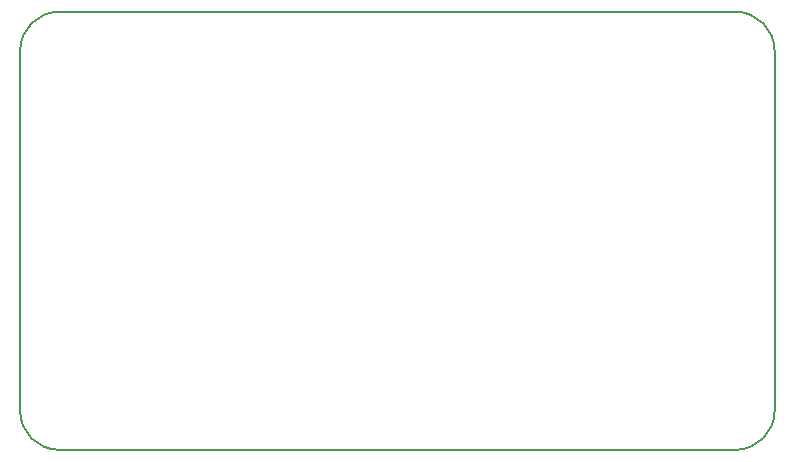
<source format=gm1>
G04 #@! TF.FileFunction,Profile,NP*
%FSLAX46Y46*%
G04 Gerber Fmt 4.6, Leading zero omitted, Abs format (unit mm)*
G04 Created by KiCad (PCBNEW 4.0.2-stable) date 8/15/2016 9:55:29 PM*
%MOMM*%
G01*
G04 APERTURE LIST*
%ADD10C,0.100000*%
%ADD11C,0.200000*%
G04 APERTURE END LIST*
D10*
D11*
X108301000Y-55237000D02*
X51024000Y-55237000D01*
X111603000Y-89019000D02*
X111603000Y-58539000D01*
X52802000Y-92321000D02*
X108301000Y-92321000D01*
X51024000Y-92321000D02*
X52802000Y-92321000D01*
X47722000Y-68572000D02*
X47722000Y-58539000D01*
X47722000Y-77462000D02*
X47722000Y-68572000D01*
X47722000Y-86098000D02*
X47722000Y-77462000D01*
X47722000Y-89019000D02*
X47722000Y-86098000D01*
X51024000Y-55237000D02*
G75*
G03X47722000Y-58539000I0J-3302000D01*
G01*
X111603000Y-58539000D02*
G75*
G03X108301000Y-55237000I-3302000J0D01*
G01*
X108301000Y-92321000D02*
G75*
G03X111603000Y-89019000I0J3302000D01*
G01*
X47722000Y-89019000D02*
G75*
G03X51024000Y-92321000I3302000J0D01*
G01*
M02*

</source>
